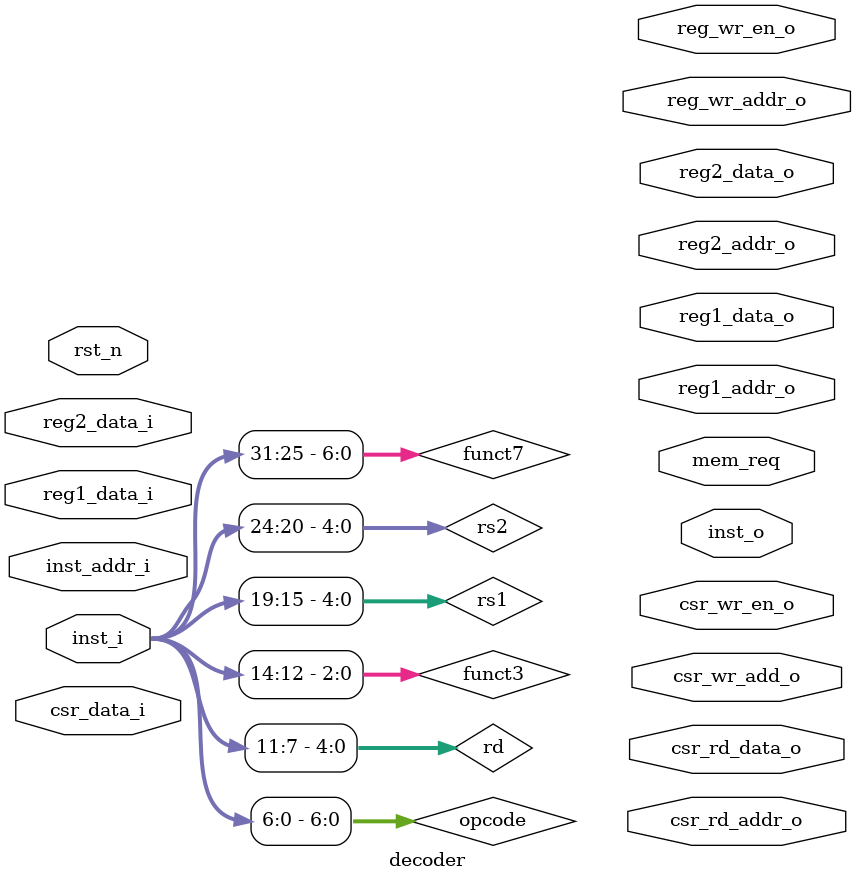
<source format=v>
module decoder(
input rst_n,
input [31:0] inst_i,
input [31:0] inst_addr_i,
input [31:0] reg1_data_i,
input [31:0] reg2_data_i,
input [31:0] csr_data_i,
output reg [4:0] reg1_addr_o,
output reg [4:0] reg2_addr_o,
output reg [4:0] csr_rd_addr_o,
output reg mem_req,
output reg [31:0] inst_o,
output reg [31:0] reg1_data_o,
output reg [31:0] reg2_data_o,
output reg reg_wr_en_o,
output reg [4:0] reg_wr_addr_o,
output reg csr_wr_en_o,
output reg [31:0] csr_rd_data_o,
output reg [31:0] csr_wr_add_o
);

wire [6:0] opcode = inst_i[6:0];
wire [4:0] rd = inst_i[11:7];
wire [2:0] funct3 = inst_i[14:12];
wire [4:0] rs1 = inst_i[19:15];
wire [4:0] rs2 = inst_i[24:20];
wire [6:0] funct7 = inst_i[31:25];

endmodule

</source>
